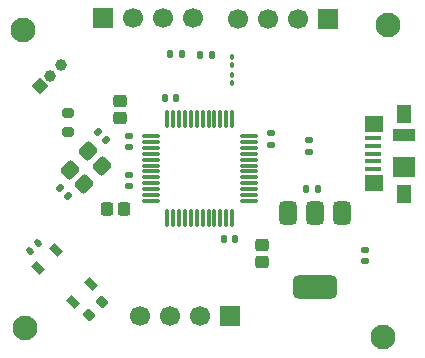
<source format=gbr>
%TF.GenerationSoftware,KiCad,Pcbnew,9.0.7-9.0.7~ubuntu24.04.1*%
%TF.CreationDate,2026-02-28T14:15:44+03:00*%
%TF.ProjectId,Kiicad_project,4b696963-6164-45f7-9072-6f6a6563742e,rev?*%
%TF.SameCoordinates,Original*%
%TF.FileFunction,Soldermask,Top*%
%TF.FilePolarity,Negative*%
%FSLAX46Y46*%
G04 Gerber Fmt 4.6, Leading zero omitted, Abs format (unit mm)*
G04 Created by KiCad (PCBNEW 9.0.7-9.0.7~ubuntu24.04.1) date 2026-02-28 14:15:44*
%MOMM*%
%LPD*%
G01*
G04 APERTURE LIST*
G04 Aperture macros list*
%AMRoundRect*
0 Rectangle with rounded corners*
0 $1 Rounding radius*
0 $2 $3 $4 $5 $6 $7 $8 $9 X,Y pos of 4 corners*
0 Add a 4 corners polygon primitive as box body*
4,1,4,$2,$3,$4,$5,$6,$7,$8,$9,$2,$3,0*
0 Add four circle primitives for the rounded corners*
1,1,$1+$1,$2,$3*
1,1,$1+$1,$4,$5*
1,1,$1+$1,$6,$7*
1,1,$1+$1,$8,$9*
0 Add four rect primitives between the rounded corners*
20,1,$1+$1,$2,$3,$4,$5,0*
20,1,$1+$1,$4,$5,$6,$7,0*
20,1,$1+$1,$6,$7,$8,$9,0*
20,1,$1+$1,$8,$9,$2,$3,0*%
%AMRotRect*
0 Rectangle, with rotation*
0 The origin of the aperture is its center*
0 $1 length*
0 $2 width*
0 $3 Rotation angle, in degrees counterclockwise*
0 Add horizontal line*
21,1,$1,$2,0,0,$3*%
G04 Aperture macros list end*
%ADD10RoundRect,0.100000X-0.100000X0.130000X-0.100000X-0.130000X0.100000X-0.130000X0.100000X0.130000X0*%
%ADD11RoundRect,0.140000X-0.021213X0.219203X-0.219203X0.021213X0.021213X-0.219203X0.219203X-0.021213X0*%
%ADD12C,2.100000*%
%ADD13RoundRect,0.147500X0.226274X0.017678X0.017678X0.226274X-0.226274X-0.017678X-0.017678X-0.226274X0*%
%ADD14RotRect,1.050000X0.650000X135.000000*%
%ADD15RoundRect,0.140000X-0.170000X0.140000X-0.170000X-0.140000X0.170000X-0.140000X0.170000X0.140000X0*%
%ADD16RoundRect,0.250000X0.315000X-0.295000X0.315000X0.295000X-0.315000X0.295000X-0.315000X-0.295000X0*%
%ADD17RoundRect,0.140000X0.140000X0.170000X-0.140000X0.170000X-0.140000X-0.170000X0.140000X-0.170000X0*%
%ADD18RoundRect,0.135000X0.135000X0.185000X-0.135000X0.185000X-0.135000X-0.185000X0.135000X-0.185000X0*%
%ADD19RoundRect,0.200000X0.053033X-0.335876X0.335876X-0.053033X-0.053033X0.335876X-0.335876X0.053033X0*%
%ADD20RoundRect,0.200000X-0.275000X0.200000X-0.275000X-0.200000X0.275000X-0.200000X0.275000X0.200000X0*%
%ADD21RotRect,1.000000X1.000000X135.000000*%
%ADD22C,1.000000*%
%ADD23RoundRect,0.250000X0.295000X0.315000X-0.295000X0.315000X-0.295000X-0.315000X0.295000X-0.315000X0*%
%ADD24R,1.700000X1.700000*%
%ADD25C,1.700000*%
%ADD26RoundRect,0.140000X0.170000X-0.140000X0.170000X0.140000X-0.170000X0.140000X-0.170000X-0.140000X0*%
%ADD27RoundRect,0.075000X-0.662500X-0.075000X0.662500X-0.075000X0.662500X0.075000X-0.662500X0.075000X0*%
%ADD28RoundRect,0.075000X-0.075000X-0.662500X0.075000X-0.662500X0.075000X0.662500X-0.075000X0.662500X0*%
%ADD29RoundRect,0.250000X-0.070711X-0.565685X0.565685X0.070711X0.070711X0.565685X-0.565685X-0.070711X0*%
%ADD30RoundRect,0.375000X-0.375000X0.625000X-0.375000X-0.625000X0.375000X-0.625000X0.375000X0.625000X0*%
%ADD31RoundRect,0.500000X-1.400000X0.500000X-1.400000X-0.500000X1.400000X-0.500000X1.400000X0.500000X0*%
%ADD32RoundRect,0.135000X-0.135000X-0.185000X0.135000X-0.185000X0.135000X0.185000X-0.135000X0.185000X0*%
%ADD33R,1.380000X0.450000*%
%ADD34R,1.300000X1.650000*%
%ADD35R,1.550000X1.425000*%
%ADD36R,1.900000X1.800000*%
%ADD37R,1.900000X1.000000*%
%ADD38RoundRect,0.140000X-0.140000X-0.170000X0.140000X-0.170000X0.140000X0.170000X-0.140000X0.170000X0*%
%ADD39RoundRect,0.135000X-0.185000X0.135000X-0.185000X-0.135000X0.185000X-0.135000X0.185000X0.135000X0*%
G04 APERTURE END LIST*
D10*
%TO.C,R2*%
X70375000Y-67210000D03*
X70375000Y-67850000D03*
%TD*%
D11*
%TO.C,C12*%
X53939411Y-81460589D03*
X53260589Y-82139411D03*
%TD*%
D12*
%TO.C,H3*%
X52625000Y-63375000D03*
%TD*%
D13*
%TO.C,C7*%
X59717947Y-72717947D03*
X59032053Y-72032053D03*
%TD*%
D14*
%TO.C,SW1*%
X56904721Y-86459493D03*
X53970228Y-83525000D03*
X58425000Y-84939214D03*
X55490507Y-82004721D03*
%TD*%
D15*
%TO.C,C4*%
X61625000Y-72375000D03*
X61625000Y-73335000D03*
%TD*%
D16*
%TO.C,C1*%
X60875000Y-70875000D03*
X60875000Y-69445000D03*
%TD*%
D17*
%TO.C,C2*%
X70605000Y-81125000D03*
X69645000Y-81125000D03*
%TD*%
D18*
%TO.C,R5*%
X68659999Y-65500000D03*
X67640001Y-65500000D03*
%TD*%
D19*
%TO.C,R3*%
X58216637Y-87558363D03*
X59383363Y-86391637D03*
%TD*%
D20*
%TO.C,R4*%
X56450000Y-70425000D03*
X56450000Y-72075000D03*
%TD*%
D21*
%TO.C,J4*%
X54078949Y-68171051D03*
D22*
X54976975Y-67273025D03*
X55875000Y-66375000D03*
%TD*%
D23*
%TO.C,C6*%
X61175000Y-78550000D03*
X59745000Y-78550000D03*
%TD*%
D24*
%TO.C,J3*%
X59445001Y-62425000D03*
D25*
X61985001Y-62425000D03*
X64525000Y-62425000D03*
X67065001Y-62425000D03*
%TD*%
D26*
%TO.C,C11*%
X81625000Y-83000000D03*
X81625000Y-82040000D03*
%TD*%
%TO.C,C9*%
X61625000Y-76605000D03*
X61625000Y-75645000D03*
%TD*%
D27*
%TO.C,U1*%
X63462500Y-72375000D03*
X63462500Y-72875000D03*
X63462500Y-73375000D03*
X63462500Y-73875000D03*
X63462500Y-74375000D03*
X63462500Y-74875000D03*
X63462500Y-75375000D03*
X63462500Y-75875000D03*
X63462500Y-76375000D03*
X63462500Y-76875000D03*
X63462500Y-77375000D03*
X63462500Y-77875000D03*
D28*
X64875000Y-79287500D03*
X65375000Y-79287500D03*
X65875000Y-79287500D03*
X66375000Y-79287500D03*
X66875000Y-79287500D03*
X67375000Y-79287500D03*
X67875000Y-79287500D03*
X68375000Y-79287500D03*
X68875000Y-79287500D03*
X69375000Y-79287500D03*
X69875000Y-79287500D03*
X70375000Y-79287500D03*
D27*
X71787500Y-77875000D03*
X71787500Y-77375000D03*
X71787500Y-76875000D03*
X71787500Y-76375000D03*
X71787500Y-75875000D03*
X71787500Y-75375000D03*
X71787500Y-74875000D03*
X71787500Y-74375000D03*
X71787500Y-73875000D03*
X71787500Y-73375000D03*
X71787500Y-72875000D03*
X71787500Y-72375000D03*
D28*
X70375000Y-70962500D03*
X69875000Y-70962500D03*
X69375000Y-70962500D03*
X68875000Y-70962500D03*
X68375000Y-70962500D03*
X67875000Y-70962500D03*
X67375000Y-70962500D03*
X66875000Y-70962500D03*
X66375000Y-70962500D03*
X65875000Y-70962500D03*
X65375000Y-70962500D03*
X64875000Y-70962500D03*
%TD*%
D24*
%TO.C,J2*%
X70185000Y-87625000D03*
D25*
X67645000Y-87625000D03*
X65105001Y-87625000D03*
X62565000Y-87625000D03*
%TD*%
D15*
%TO.C,C3*%
X73625000Y-72145000D03*
X73625000Y-73105000D03*
%TD*%
D12*
%TO.C,H2*%
X83150000Y-89400000D03*
%TD*%
D13*
%TO.C,C13*%
X56467947Y-77467947D03*
X55782053Y-76782053D03*
%TD*%
D29*
%TO.C,Y1*%
X57819365Y-76430635D03*
X59375000Y-74875000D03*
X58172919Y-73672919D03*
X56617284Y-75228554D03*
%TD*%
D12*
%TO.C,H1*%
X83550000Y-63000000D03*
%TD*%
D30*
%TO.C,U2*%
X79675000Y-78854999D03*
X77375000Y-78855000D03*
D31*
X77375000Y-85154998D03*
D30*
X75075000Y-78854999D03*
%TD*%
D16*
%TO.C,C10*%
X72900000Y-83065000D03*
X72900000Y-81635000D03*
%TD*%
D32*
%TO.C,R6*%
X65115001Y-65475000D03*
X66134999Y-65475000D03*
%TD*%
D33*
%TO.C,J1*%
X82290000Y-75175000D03*
X82290001Y-74525000D03*
X82290000Y-73875000D03*
X82290001Y-73225000D03*
X82290000Y-72575000D03*
D34*
X84950001Y-77250000D03*
D35*
X82375000Y-76362500D03*
D36*
X84950000Y-75025000D03*
D37*
X84950001Y-72325000D03*
D35*
X82375000Y-71387500D03*
D34*
X84950001Y-70500000D03*
%TD*%
D38*
%TO.C,C5*%
X64645000Y-69125000D03*
X65605000Y-69125000D03*
%TD*%
D10*
%TO.C,D1*%
X70375000Y-65710000D03*
X70375000Y-66350000D03*
%TD*%
D24*
%TO.C,J5*%
X78465000Y-62450000D03*
D25*
X75925000Y-62450000D03*
X73385001Y-62450000D03*
X70845000Y-62450000D03*
%TD*%
D12*
%TO.C,H4*%
X52875000Y-88625000D03*
%TD*%
D39*
%TO.C,R1*%
X76875000Y-72690001D03*
X76875000Y-73709999D03*
%TD*%
D38*
%TO.C,C8*%
X76665000Y-76855000D03*
X77625000Y-76855000D03*
%TD*%
M02*

</source>
